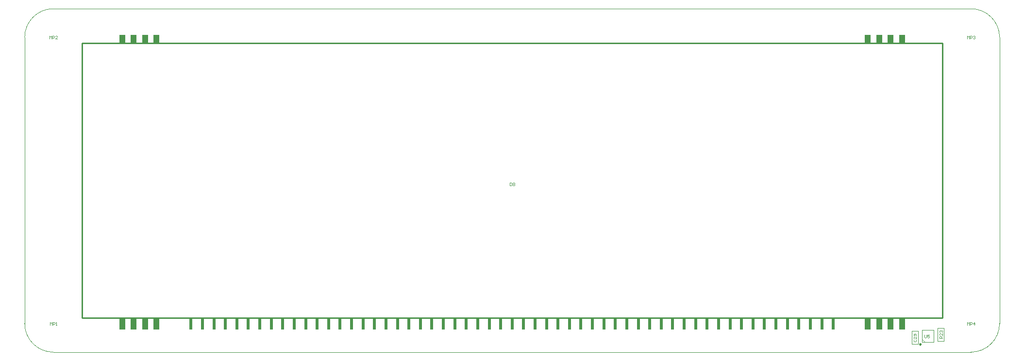
<source format=gto>
G04*
G04 #@! TF.GenerationSoftware,Altium Limited,Altium Designer,23.4.1 (23)*
G04*
G04 Layer_Color=65535*
%FSLAX44Y44*%
%MOMM*%
G71*
G04*
G04 #@! TF.SameCoordinates,DBF187C1-C023-4FEC-B3DF-6A61137768AB*
G04*
G04*
G04 #@! TF.FilePolarity,Positive*
G04*
G01*
G75*
%ADD10C,0.2500*%
%ADD11C,0.1000*%
%ADD12C,0.0762*%
%ADD13R,1.1000X1.5000*%
%ADD14R,1.1000X2.0000*%
%ADD15R,0.6000X2.0000*%
D10*
X1563000Y13500D02*
G03*
X1563000Y13500I-1250J0D01*
G01*
X100000Y60000D02*
X1600000Y60000D01*
X1600000Y540000D02*
X1600000Y60000D01*
X100000Y540000D02*
X1600000D01*
X100000D02*
X100000Y60000D01*
D11*
X1565000Y22750D02*
X1570250Y17500D01*
X1565000D02*
X1585000D01*
Y38500D01*
X1565000D02*
X1585000D01*
X1565000Y17500D02*
Y38500D01*
X1569212Y30398D02*
Y26233D01*
X1570045Y25400D01*
X1571711D01*
X1572544Y26233D01*
Y30398D01*
X1577543D02*
X1574210D01*
Y27899D01*
X1575876Y28732D01*
X1576709D01*
X1577543Y27899D01*
Y26233D01*
X1576709Y25400D01*
X1575043D01*
X1574210Y26233D01*
X845820Y295828D02*
Y290830D01*
X848319D01*
X849152Y291663D01*
Y294995D01*
X848319Y295828D01*
X845820D01*
X850818Y294995D02*
X851651Y295828D01*
X853317D01*
X854151Y294995D01*
Y294162D01*
X853317Y293329D01*
X854151Y292496D01*
Y291663D01*
X853317Y290830D01*
X851651D01*
X850818Y291663D01*
Y292496D01*
X851651Y293329D01*
X850818Y294162D01*
Y294995D01*
X851651Y293329D02*
X853317D01*
X1643380Y47498D02*
Y52496D01*
X1645046Y50830D01*
X1646712Y52496D01*
Y47498D01*
X1648378D02*
Y52496D01*
X1650878D01*
X1651711Y51663D01*
Y49997D01*
X1650878Y49164D01*
X1648378D01*
X1655876Y47498D02*
Y52496D01*
X1653377Y49997D01*
X1656709D01*
X44196Y47498D02*
Y52496D01*
X45862Y50830D01*
X47528Y52496D01*
Y47498D01*
X49194D02*
Y52496D01*
X51694D01*
X52527Y51663D01*
Y49997D01*
X51694Y49164D01*
X49194D01*
X54193Y47498D02*
X55859D01*
X55026D01*
Y52496D01*
X54193Y51663D01*
X43434Y547624D02*
Y552622D01*
X45100Y550956D01*
X46766Y552622D01*
Y547624D01*
X48432D02*
Y552622D01*
X50932D01*
X51765Y551789D01*
Y550123D01*
X50932Y549290D01*
X48432D01*
X56763Y547624D02*
X53431D01*
X56763Y550956D01*
Y551789D01*
X55930Y552622D01*
X54264D01*
X53431Y551789D01*
X1643380Y547624D02*
Y552622D01*
X1645046Y550956D01*
X1646712Y552622D01*
Y547624D01*
X1648378D02*
Y552622D01*
X1650878D01*
X1651711Y551789D01*
Y550123D01*
X1650878Y549290D01*
X1648378D01*
X1653377Y551789D02*
X1654210Y552622D01*
X1655876D01*
X1656709Y551789D01*
Y550956D01*
X1655876Y550123D01*
X1655043D01*
X1655876D01*
X1656709Y549290D01*
Y548457D01*
X1655876Y547624D01*
X1654210D01*
X1653377Y548457D01*
X1550823Y21874D02*
X1549990Y21041D01*
Y19375D01*
X1550823Y18542D01*
X1554155D01*
X1554988Y19375D01*
Y21041D01*
X1554155Y21874D01*
X1554988Y26873D02*
Y23540D01*
X1551656Y26873D01*
X1550823D01*
X1549990Y26040D01*
Y24373D01*
X1550823Y23540D01*
X1554155Y28539D02*
X1554988Y29372D01*
Y31038D01*
X1554155Y31871D01*
X1550823D01*
X1549990Y31038D01*
Y29372D01*
X1550823Y28539D01*
X1551656D01*
X1552489Y29372D01*
Y31871D01*
X1599946Y24130D02*
X1594948D01*
Y26629D01*
X1595781Y27462D01*
X1597447D01*
X1598280Y26629D01*
Y24130D01*
Y25796D02*
X1599946Y27462D01*
Y32461D02*
Y29128D01*
X1596614Y32461D01*
X1595781D01*
X1594948Y31628D01*
Y29961D01*
X1595781Y29128D01*
Y34127D02*
X1594948Y34960D01*
Y36626D01*
X1595781Y37459D01*
X1596614D01*
X1597447Y36626D01*
Y35793D01*
Y36626D01*
X1598280Y37459D01*
X1599113D01*
X1599946Y36626D01*
Y34960D01*
X1599113Y34127D01*
X0Y50000D02*
G03*
X50000Y-0I50000J0D01*
G01*
X1650000Y-0D02*
G03*
X1700000Y50000I0J50000D01*
G01*
Y550000D02*
G03*
X1650000Y600000I-50000J0D01*
G01*
X50000D02*
G03*
X0Y550000I0J-50000D01*
G01*
X50000Y-0D02*
X1650000D01*
X1700000Y50000D02*
Y550000D01*
X50000Y600000D02*
X1650000D01*
X0Y50000D02*
Y550000D01*
D12*
X1558088Y13690D02*
X1558088Y36804D01*
X1546912Y13690D02*
X1558088Y13690D01*
X1546912Y13690D02*
X1546912Y36804D01*
X1558088Y36804D01*
X1603088Y19196D02*
X1603088Y42310D01*
X1591912Y19196D02*
X1603088Y19196D01*
X1591912Y19196D02*
X1591912Y42310D01*
X1603088Y42310D01*
D13*
X1529998Y546994D02*
D03*
X1509997Y546994D02*
D03*
X1489998Y546994D02*
D03*
X1469998Y546994D02*
D03*
X230000Y547000D02*
D03*
X210002Y546999D02*
D03*
X189998Y547000D02*
D03*
X169999Y547000D02*
D03*
D14*
X1530000Y49999D02*
D03*
X1510000Y49999D02*
D03*
X1489999Y49999D02*
D03*
X1469999Y49999D02*
D03*
X230000Y50003D02*
D03*
X210000Y49999D02*
D03*
X190000Y49999D02*
D03*
X170000Y50000D02*
D03*
D15*
X1409995Y49999D02*
D03*
X1389997Y49999D02*
D03*
X1369996Y50000D02*
D03*
X1349995Y49998D02*
D03*
X1329995Y49999D02*
D03*
X1309995Y50000D02*
D03*
X1289995Y50000D02*
D03*
X1269994Y49999D02*
D03*
X1249996Y50000D02*
D03*
X1229995Y49999D02*
D03*
X1209995Y50000D02*
D03*
X1189995Y50000D02*
D03*
X1169995Y50000D02*
D03*
X1149996Y50000D02*
D03*
X1129995Y50000D02*
D03*
X1109996Y50001D02*
D03*
X1089996Y49999D02*
D03*
X1069997Y50000D02*
D03*
X1049996Y49999D02*
D03*
X1029995Y50000D02*
D03*
X1009995Y49999D02*
D03*
X989995Y50000D02*
D03*
X969995Y50001D02*
D03*
X949996Y50000D02*
D03*
X929996Y50000D02*
D03*
X909995Y49999D02*
D03*
X889996Y49998D02*
D03*
X869995Y50000D02*
D03*
X849995Y50000D02*
D03*
X829995Y50000D02*
D03*
X809996Y50000D02*
D03*
X789995Y50001D02*
D03*
X769994Y50000D02*
D03*
X749995Y50000D02*
D03*
X729995D02*
D03*
X709994Y50000D02*
D03*
X689996Y50000D02*
D03*
X669995Y50001D02*
D03*
X649995Y50001D02*
D03*
X629997Y49999D02*
D03*
X609995Y50000D02*
D03*
X589996Y50000D02*
D03*
X569996Y50000D02*
D03*
X549995Y50000D02*
D03*
X529996Y50001D02*
D03*
X509995Y50000D02*
D03*
X489995Y49999D02*
D03*
X469996Y50000D02*
D03*
X449995Y50000D02*
D03*
X429995Y50001D02*
D03*
X409995Y49999D02*
D03*
X389995Y50000D02*
D03*
X369995Y50000D02*
D03*
X349995Y50000D02*
D03*
X329996Y50000D02*
D03*
X309995Y50000D02*
D03*
X289994Y50000D02*
D03*
M02*

</source>
